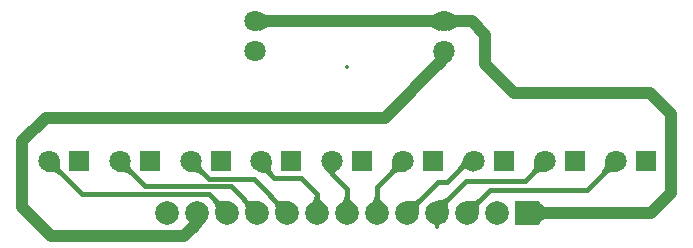
<source format=gbr>
%TF.GenerationSoftware,KiCad,Pcbnew,8.0.1*%
%TF.CreationDate,2024-06-22T15:15:01+02:00*%
%TF.ProjectId,BMW E30 VFL SI Indicator,424d5720-4533-4302-9056-464c20534920,rev?*%
%TF.SameCoordinates,Original*%
%TF.FileFunction,Copper,L2,Bot*%
%TF.FilePolarity,Positive*%
%FSLAX46Y46*%
G04 Gerber Fmt 4.6, Leading zero omitted, Abs format (unit mm)*
G04 Created by KiCad (PCBNEW 8.0.1) date 2024-06-22 15:15:01*
%MOMM*%
%LPD*%
G01*
G04 APERTURE LIST*
%TA.AperFunction,ComponentPad*%
%ADD10R,1.800000X1.800000*%
%TD*%
%TA.AperFunction,ComponentPad*%
%ADD11C,1.800000*%
%TD*%
%TA.AperFunction,ComponentPad*%
%ADD12R,2.000000X2.000000*%
%TD*%
%TA.AperFunction,ComponentPad*%
%ADD13C,2.000000*%
%TD*%
%TA.AperFunction,Conductor*%
%ADD14C,0.400000*%
%TD*%
%TA.AperFunction,Conductor*%
%ADD15C,0.600000*%
%TD*%
%TA.AperFunction,Conductor*%
%ADD16C,1.000000*%
%TD*%
%TA.AperFunction,Conductor*%
%ADD17C,0.300000*%
%TD*%
%ADD18C,0.350000*%
G04 APERTURE END LIST*
D10*
%TO.P,D5,1,K*%
%TO.N,Net-(D1-K)*%
X151575000Y-86000000D03*
D11*
%TO.P,D5,2,A*%
%TO.N,Net-(D5-A)*%
X149035000Y-86000000D03*
%TD*%
D10*
%TO.P,D9,1,K*%
%TO.N,Net-(D1-K)*%
X127575000Y-86000000D03*
D11*
%TO.P,D9,2,A*%
%TO.N,Net-(D9-A)*%
X125035000Y-86000000D03*
%TD*%
D10*
%TO.P,D1,1,K*%
%TO.N,Net-(D1-K)*%
X175575000Y-86000000D03*
D11*
%TO.P,D1,2,A*%
%TO.N,Net-(D1-A)*%
X173035000Y-86000000D03*
%TD*%
D10*
%TO.P,D4,1,K*%
%TO.N,Net-(D1-K)*%
X157575000Y-86000000D03*
D11*
%TO.P,D4,2,A*%
%TO.N,Net-(D4-A)*%
X155035000Y-86000000D03*
%TD*%
D10*
%TO.P,D6,1,K*%
%TO.N,Net-(D1-K)*%
X145575000Y-86000000D03*
D11*
%TO.P,D6,2,A*%
%TO.N,Net-(D6-A)*%
X143035000Y-86000000D03*
%TD*%
D10*
%TO.P,D7,1,K*%
%TO.N,Net-(D1-K)*%
X139575000Y-86000000D03*
D11*
%TO.P,D7,2,A*%
%TO.N,Net-(D7-A)*%
X137035000Y-86000000D03*
%TD*%
D10*
%TO.P,D8,1,K*%
%TO.N,Net-(D1-K)*%
X133575000Y-86000000D03*
D11*
%TO.P,D8,2,A*%
%TO.N,Net-(D8-A)*%
X131035000Y-86000000D03*
%TD*%
%TO.P,LA2,1,-*%
%TO.N,Net-(J1-BULB_INSPECTION)*%
X158500000Y-76700000D03*
%TO.P,LA2,2,+*%
%TO.N,Net-(J1-GND_BULB)*%
X158500000Y-74160000D03*
%TD*%
%TO.P,LA1,1,-*%
%TO.N,Net-(J1-GND_BULB)*%
X142500000Y-74160000D03*
%TO.P,LA1,2,+*%
%TO.N,Net-(J1-BULB_OILSERVICE)*%
X142500000Y-76700000D03*
%TD*%
D10*
%TO.P,D3,1,K*%
%TO.N,Net-(D1-K)*%
X163575000Y-86000000D03*
D11*
%TO.P,D3,2,A*%
%TO.N,Net-(D3-A)*%
X161035000Y-86000000D03*
%TD*%
D12*
%TO.P,J1,1,GND_BULB*%
%TO.N,Net-(J1-GND_BULB)*%
X165540000Y-90360000D03*
D13*
%TO.P,J1,2,GND_LED*%
%TO.N,Net-(D1-K)*%
X163000000Y-90360000D03*
%TO.P,J1,3,LED_R3*%
%TO.N,Net-(D1-A)*%
X160460000Y-90360000D03*
%TO.P,J1,4,LED_R2*%
%TO.N,Net-(D2-A)*%
X157920000Y-90360000D03*
%TO.P,J1,5,LED_R1*%
%TO.N,Net-(D3-A)*%
X155380000Y-90360000D03*
%TO.P,J1,6,LED_Y*%
%TO.N,Net-(D4-A)*%
X152840000Y-90360000D03*
%TO.P,J1,7,LED_G5*%
%TO.N,Net-(D5-A)*%
X150300000Y-90360000D03*
%TO.P,J1,8,LED_G4*%
%TO.N,Net-(D6-A)*%
X147760000Y-90360000D03*
%TO.P,J1,9,LED_G3*%
%TO.N,Net-(D7-A)*%
X145220000Y-90360000D03*
%TO.P,J1,10,LED_G2*%
%TO.N,Net-(D8-A)*%
X142680000Y-90360000D03*
%TO.P,J1,11,LED_G1*%
%TO.N,Net-(D9-A)*%
X140140000Y-90360000D03*
%TO.P,J1,12,BULB_INSPECTION*%
%TO.N,Net-(J1-BULB_INSPECTION)*%
X137600000Y-90360000D03*
%TO.P,J1,13,BULB_OILSERVICE*%
%TO.N,Net-(J1-BULB_OILSERVICE)*%
X135060000Y-90360000D03*
%TD*%
D10*
%TO.P,D2,1,K*%
%TO.N,Net-(D1-K)*%
X169575000Y-86000000D03*
D11*
%TO.P,D2,2,A*%
%TO.N,Net-(D2-A)*%
X167035000Y-86000000D03*
%TD*%
D14*
%TO.N,Net-(D2-A)*%
X157920000Y-90105000D02*
X157920000Y-90360000D01*
X160377000Y-87648000D02*
X157920000Y-90105000D01*
X165387000Y-87648000D02*
X160377000Y-87648000D01*
X167035000Y-86000000D02*
X165387000Y-87648000D01*
%TO.N,Net-(D3-A)*%
X155380000Y-90359000D02*
X155380000Y-90360000D01*
X158726000Y-87775000D02*
X157964000Y-87775000D01*
X157964000Y-87775000D02*
X155380000Y-90359000D01*
X160501000Y-86000000D02*
X158726000Y-87775000D01*
X161035000Y-86000000D02*
X160501000Y-86000000D01*
%TO.N,Net-(D1-A)*%
X170625000Y-88410000D02*
X162410000Y-88410000D01*
X162410000Y-88410000D02*
X160460000Y-90360000D01*
X173035000Y-86000000D02*
X170625000Y-88410000D01*
%TO.N,Net-(D4-A)*%
X152840000Y-88195000D02*
X152840000Y-90360000D01*
X155035000Y-86000000D02*
X152840000Y-88195000D01*
%TO.N,Net-(D5-A)*%
X150300000Y-88366000D02*
X150300000Y-90360000D01*
X149035000Y-87101000D02*
X150300000Y-88366000D01*
X149035000Y-86000000D02*
X149035000Y-87101000D01*
%TO.N,Net-(D8-A)*%
X140441000Y-88121000D02*
X142680000Y-90360000D01*
X133156000Y-88121000D02*
X140441000Y-88121000D01*
X131035000Y-86000000D02*
X133156000Y-88121000D01*
%TO.N,Net-(D9-A)*%
X138580000Y-88800000D02*
X140140000Y-90360000D01*
X127835000Y-88800000D02*
X138580000Y-88800000D01*
X125035000Y-86000000D02*
X127835000Y-88800000D01*
%TO.N,Net-(D7-A)*%
X142381000Y-87521000D02*
X145220000Y-90360000D01*
X138556000Y-87521000D02*
X142381000Y-87521000D01*
X137035000Y-86000000D02*
X138556000Y-87521000D01*
%TO.N,Net-(D6-A)*%
X147760000Y-88747000D02*
X147760000Y-90360000D01*
X146413000Y-87400000D02*
X147760000Y-88747000D01*
X143035000Y-86308000D02*
X144127000Y-87400000D01*
X144127000Y-87400000D02*
X146413000Y-87400000D01*
D15*
X143035000Y-86000000D02*
X143035000Y-86308000D01*
D16*
%TO.N,Net-(J1-BULB_INSPECTION)*%
X136501000Y-92347000D02*
X137600000Y-91248000D01*
X125247000Y-92347000D02*
X136501000Y-92347000D01*
X137600000Y-91248000D02*
X137600000Y-90360000D01*
X122800000Y-89900000D02*
X125247000Y-92347000D01*
X153486000Y-82314000D02*
X124817000Y-82314000D01*
X158260000Y-77540000D02*
X153486000Y-82314000D01*
X124817000Y-82314000D02*
X122800000Y-84331000D01*
X122800000Y-84331000D02*
X122800000Y-89900000D01*
%TO.N,Net-(J1-GND_BULB)*%
X160860000Y-74160000D02*
X158500000Y-74160000D01*
X162000000Y-75300000D02*
X160860000Y-74160000D01*
X162000000Y-77800000D02*
X162000000Y-75300000D01*
X164400000Y-80200000D02*
X162000000Y-77800000D01*
X175900000Y-80200000D02*
X164400000Y-80200000D01*
X177700000Y-88700000D02*
X177700000Y-82000000D01*
X176040000Y-90360000D02*
X177700000Y-88700000D01*
X165540000Y-90360000D02*
X176040000Y-90360000D01*
X177700000Y-82000000D02*
X175900000Y-80200000D01*
D17*
%TO.N,Net-(D2-A)*%
X157920000Y-91600000D02*
X157920000Y-90980000D01*
D16*
%TO.N,Net-(J1-GND_BULB)*%
X142500000Y-74160000D02*
X158500000Y-74160000D01*
%TD*%
%TA.AperFunction,Conductor*%
%TO.N,Net-(D2-A)*%
G36*
X158686378Y-89055780D02*
G01*
X158456225Y-89237427D01*
X158258068Y-89307826D01*
X158060081Y-89325435D01*
X157830439Y-89348713D01*
X157537317Y-89436120D01*
X157919293Y-90360707D01*
X158920000Y-90360000D01*
X158890411Y-90092151D01*
X158833204Y-89883721D01*
X158795713Y-89707078D01*
X158825273Y-89534589D01*
X158969220Y-89338622D01*
X158686378Y-89055780D01*
G37*
%TD.AperFunction*%
%TD*%
%TA.AperFunction,Conductor*%
%TO.N,Net-(D2-A)*%
G36*
X166186472Y-87131370D02*
G01*
X166422987Y-86955779D01*
X166630615Y-86905723D01*
X166839279Y-86913475D01*
X167078904Y-86911308D01*
X167379415Y-86831492D01*
X167035707Y-85999293D01*
X166203508Y-85655585D01*
X166123691Y-85956094D01*
X166121523Y-86195719D01*
X166129275Y-86404384D01*
X166079220Y-86612012D01*
X165903630Y-86848528D01*
X166186472Y-87131370D01*
G37*
%TD.AperFunction*%
%TD*%
%TA.AperFunction,Conductor*%
%TO.N,Net-(D3-A)*%
G36*
X156298640Y-89157518D02*
G01*
X156041641Y-89342724D01*
X155814361Y-89385511D01*
X155585448Y-89363555D01*
X155323551Y-89354532D01*
X154997317Y-89436120D01*
X155379293Y-90360707D01*
X156303880Y-90742683D01*
X156385393Y-90416234D01*
X156376077Y-90154123D01*
X156353765Y-89925004D01*
X156396289Y-89697531D01*
X156581482Y-89440360D01*
X156298640Y-89157518D01*
G37*
%TD.AperFunction*%
%TD*%
%TA.AperFunction,Conductor*%
%TO.N,Net-(D3-A)*%
G36*
X159983591Y-86800251D02*
G01*
X160185628Y-86667239D01*
X160362912Y-86674054D01*
X160544318Y-86757349D01*
X160758722Y-86853779D01*
X161035000Y-86900000D01*
X161035707Y-85999293D01*
X160203508Y-85655585D01*
X160111775Y-85888335D01*
X160045657Y-86056461D01*
X159975128Y-86194394D01*
X159870167Y-86336566D01*
X159700749Y-86517409D01*
X159983591Y-86800251D01*
G37*
%TD.AperFunction*%
%TD*%
%TA.AperFunction,Conductor*%
%TO.N,Net-(D1-A)*%
G36*
X161379239Y-89157919D02*
G01*
X161122132Y-89343142D01*
X160894739Y-89385819D01*
X160665708Y-89363706D01*
X160403685Y-89354554D01*
X160077317Y-89436120D01*
X160459293Y-90360707D01*
X161383880Y-90742683D01*
X161465444Y-90416314D01*
X161456293Y-90154290D01*
X161434179Y-89925259D01*
X161476857Y-89697867D01*
X161662081Y-89440761D01*
X161379239Y-89157919D01*
G37*
%TD.AperFunction*%
%TD*%
%TA.AperFunction,Conductor*%
%TO.N,Net-(D1-A)*%
G36*
X172186472Y-87131370D02*
G01*
X172422987Y-86955779D01*
X172630615Y-86905723D01*
X172839279Y-86913475D01*
X173078904Y-86911308D01*
X173379415Y-86831492D01*
X173035707Y-85999293D01*
X172203508Y-85655585D01*
X172123691Y-85956094D01*
X172121523Y-86195719D01*
X172129275Y-86404384D01*
X172079220Y-86612012D01*
X171903630Y-86848528D01*
X172186472Y-87131370D01*
G37*
%TD.AperFunction*%
%TD*%
%TA.AperFunction,Conductor*%
%TO.N,Net-(D4-A)*%
G36*
X152640000Y-88860000D02*
G01*
X152589171Y-89172774D01*
X152458557Y-89363742D01*
X152280971Y-89510055D01*
X152089221Y-89688863D01*
X151916120Y-89977317D01*
X152840000Y-90361000D01*
X153763880Y-89977317D01*
X153590777Y-89688863D01*
X153399028Y-89510055D01*
X153221441Y-89363742D01*
X153090828Y-89172774D01*
X153040000Y-88860000D01*
X152640000Y-88860000D01*
G37*
%TD.AperFunction*%
%TD*%
%TA.AperFunction,Conductor*%
%TO.N,Net-(D4-A)*%
G36*
X154186472Y-87131370D02*
G01*
X154422987Y-86955779D01*
X154630615Y-86905723D01*
X154839279Y-86913475D01*
X155078904Y-86911308D01*
X155379415Y-86831492D01*
X155035707Y-85999293D01*
X154203508Y-85655585D01*
X154123691Y-85956094D01*
X154121523Y-86195719D01*
X154129275Y-86404384D01*
X154079220Y-86612012D01*
X153903630Y-86848528D01*
X154186472Y-87131370D01*
G37*
%TD.AperFunction*%
%TD*%
%TA.AperFunction,Conductor*%
%TO.N,Net-(D5-A)*%
G36*
X150100000Y-88860000D02*
G01*
X150049171Y-89172774D01*
X149918557Y-89363742D01*
X149740971Y-89510055D01*
X149549221Y-89688863D01*
X149376120Y-89977317D01*
X150300000Y-90361000D01*
X151223880Y-89977317D01*
X151050777Y-89688863D01*
X150859028Y-89510055D01*
X150681441Y-89363742D01*
X150550828Y-89172774D01*
X150500000Y-88860000D01*
X150100000Y-88860000D01*
G37*
%TD.AperFunction*%
%TD*%
%TA.AperFunction,Conductor*%
%TO.N,Net-(D5-A)*%
G36*
X149387846Y-87171003D02*
G01*
X149290401Y-86997717D01*
X149357805Y-86861230D01*
X149521795Y-86728726D01*
X149714111Y-86567392D01*
X149866492Y-86344415D01*
X149034293Y-85999293D01*
X148398604Y-86636396D01*
X148582077Y-86831418D01*
X148702260Y-86979142D01*
X148801346Y-87111099D01*
X148921529Y-87258822D01*
X149105003Y-87453846D01*
X149387846Y-87171003D01*
G37*
%TD.AperFunction*%
%TD*%
%TA.AperFunction,Conductor*%
%TO.N,Net-(D8-A)*%
G36*
X141477919Y-89440761D02*
G01*
X141663142Y-89697867D01*
X141705819Y-89925259D01*
X141683706Y-90154290D01*
X141674554Y-90416314D01*
X141756120Y-90742683D01*
X142680707Y-90360707D01*
X143062683Y-89436120D01*
X142736314Y-89354554D01*
X142474290Y-89363706D01*
X142245259Y-89385819D01*
X142017867Y-89343142D01*
X141760761Y-89157919D01*
X141477919Y-89440761D01*
G37*
%TD.AperFunction*%
%TD*%
%TA.AperFunction,Conductor*%
%TO.N,Net-(D8-A)*%
G36*
X132166370Y-86848528D02*
G01*
X131990779Y-86612012D01*
X131940723Y-86404384D01*
X131948475Y-86195719D01*
X131946308Y-85956094D01*
X131866492Y-85655585D01*
X131034293Y-85999293D01*
X130690585Y-86831492D01*
X130991094Y-86911308D01*
X131230719Y-86913475D01*
X131439384Y-86905723D01*
X131647012Y-86955779D01*
X131883528Y-87131370D01*
X132166370Y-86848528D01*
G37*
%TD.AperFunction*%
%TD*%
%TA.AperFunction,Conductor*%
%TO.N,Net-(D9-A)*%
G36*
X138937919Y-89440761D02*
G01*
X139123142Y-89697867D01*
X139165819Y-89925259D01*
X139143706Y-90154290D01*
X139134554Y-90416314D01*
X139216120Y-90742683D01*
X140140707Y-90360707D01*
X140522683Y-89436120D01*
X140196314Y-89354554D01*
X139934290Y-89363706D01*
X139705259Y-89385819D01*
X139477867Y-89343142D01*
X139220761Y-89157919D01*
X138937919Y-89440761D01*
G37*
%TD.AperFunction*%
%TD*%
%TA.AperFunction,Conductor*%
%TO.N,Net-(D9-A)*%
G36*
X126166370Y-86848528D02*
G01*
X125990779Y-86612012D01*
X125940723Y-86404384D01*
X125948475Y-86195719D01*
X125946308Y-85956094D01*
X125866492Y-85655585D01*
X125034293Y-85999293D01*
X124690585Y-86831492D01*
X124991094Y-86911308D01*
X125230719Y-86913475D01*
X125439384Y-86905723D01*
X125647012Y-86955779D01*
X125883528Y-87131370D01*
X126166370Y-86848528D01*
G37*
%TD.AperFunction*%
%TD*%
%TA.AperFunction,Conductor*%
%TO.N,Net-(D7-A)*%
G36*
X144017919Y-89440761D02*
G01*
X144203142Y-89697867D01*
X144245819Y-89925259D01*
X144223706Y-90154290D01*
X144214554Y-90416314D01*
X144296120Y-90742683D01*
X145220707Y-90360707D01*
X145602683Y-89436120D01*
X145276314Y-89354554D01*
X145014290Y-89363706D01*
X144785259Y-89385819D01*
X144557867Y-89343142D01*
X144300761Y-89157919D01*
X144017919Y-89440761D01*
G37*
%TD.AperFunction*%
%TD*%
%TA.AperFunction,Conductor*%
%TO.N,Net-(D7-A)*%
G36*
X138166370Y-86848528D02*
G01*
X137990779Y-86612012D01*
X137940723Y-86404384D01*
X137948475Y-86195719D01*
X137946308Y-85956094D01*
X137866492Y-85655585D01*
X137034293Y-85999293D01*
X136690585Y-86831492D01*
X136991094Y-86911308D01*
X137230719Y-86913475D01*
X137439384Y-86905723D01*
X137647012Y-86955779D01*
X137883528Y-87131370D01*
X138166370Y-86848528D01*
G37*
%TD.AperFunction*%
%TD*%
%TA.AperFunction,Conductor*%
%TO.N,Net-(D6-A)*%
G36*
X147560000Y-88860000D02*
G01*
X147509171Y-89172774D01*
X147378557Y-89363742D01*
X147200971Y-89510055D01*
X147009221Y-89688863D01*
X146836120Y-89977317D01*
X147760000Y-90361000D01*
X148683880Y-89977317D01*
X148510777Y-89688863D01*
X148319028Y-89510055D01*
X148141441Y-89363742D01*
X148010828Y-89172774D01*
X147960000Y-88860000D01*
X147560000Y-88860000D01*
G37*
%TD.AperFunction*%
%TD*%
%TA.AperFunction,Conductor*%
%TO.N,Net-(D6-A)*%
G36*
X143981738Y-86971896D02*
G01*
X143844775Y-86785421D01*
X143816671Y-86621288D01*
X143852375Y-86453202D01*
X143906835Y-86254871D01*
X143935000Y-86000000D01*
X143034293Y-85999293D01*
X142690585Y-86831492D01*
X142952310Y-86918741D01*
X143152386Y-86959517D01*
X143322431Y-86998994D01*
X143494061Y-87082343D01*
X143698896Y-87254738D01*
X143981738Y-86971896D01*
G37*
%TD.AperFunction*%
%TD*%
%TA.AperFunction,Conductor*%
%TO.N,Net-(J1-BULB_INSPECTION)*%
G36*
X137506582Y-92048524D02*
G01*
X137718795Y-91817497D01*
X137852845Y-91638585D01*
X137960842Y-91477044D01*
X138094893Y-91298133D01*
X138307107Y-91067107D01*
X137600707Y-90359293D01*
X136676120Y-90742683D01*
X136754613Y-90892639D01*
X136832316Y-91013183D01*
X136883109Y-91118622D01*
X136880869Y-91223264D01*
X136799476Y-91341418D01*
X137506582Y-92048524D01*
G37*
%TD.AperFunction*%
%TD*%
%TA.AperFunction,Conductor*%
%TO.N,Net-(J1-BULB_INSPECTION)*%
G36*
X158249773Y-78257333D02*
G01*
X158472149Y-78031387D01*
X158626947Y-77868078D01*
X158759220Y-77725649D01*
X158914019Y-77562341D01*
X159136396Y-77336396D01*
X158500707Y-76699293D01*
X157600000Y-76700000D01*
X157622960Y-76923114D01*
X157666588Y-77096576D01*
X157693002Y-77243503D01*
X157664321Y-77387014D01*
X157542667Y-77550227D01*
X158249773Y-78257333D01*
G37*
%TD.AperFunction*%
%TD*%
%TA.AperFunction,Conductor*%
%TO.N,Net-(J1-GND_BULB)*%
G36*
X159900000Y-73660000D02*
G01*
X159626853Y-73645848D01*
X159436644Y-73604284D01*
X159277450Y-73536648D01*
X159097348Y-73444276D01*
X158844415Y-73328508D01*
X158499000Y-74160000D01*
X158844415Y-74991492D01*
X159097348Y-74875722D01*
X159277450Y-74783351D01*
X159436644Y-74715714D01*
X159626853Y-74674151D01*
X159900000Y-74660000D01*
X159900000Y-73660000D01*
G37*
%TD.AperFunction*%
%TD*%
%TA.AperFunction,Conductor*%
%TO.N,Net-(J1-GND_BULB)*%
G36*
X167040000Y-89860000D02*
G01*
X166939999Y-89802426D01*
X166839999Y-89723639D01*
X166740000Y-89623639D01*
X166640000Y-89502426D01*
X166540000Y-89360000D01*
X165539000Y-90360000D01*
X166540000Y-91360000D01*
X166640000Y-91217573D01*
X166740000Y-91096360D01*
X166839999Y-90996360D01*
X166939999Y-90917573D01*
X167040000Y-90860000D01*
X167040000Y-89860000D01*
G37*
%TD.AperFunction*%
%TD*%
%TA.AperFunction,Conductor*%
%TO.N,Net-(D2-A)*%
G36*
X158070000Y-91600000D02*
G01*
X158101772Y-91422725D01*
X158187602Y-91324398D01*
X158313255Y-91261419D01*
X158464501Y-91190188D01*
X158627107Y-91067107D01*
X157920000Y-90359000D01*
X157212893Y-91067107D01*
X157375497Y-91190188D01*
X157526743Y-91261419D01*
X157652397Y-91324398D01*
X157738227Y-91422725D01*
X157770000Y-91600000D01*
X158070000Y-91600000D01*
G37*
%TD.AperFunction*%
%TD*%
%TA.AperFunction,Conductor*%
%TO.N,Net-(J1-GND_BULB)*%
G36*
X143900000Y-73660000D02*
G01*
X143626853Y-73645848D01*
X143436644Y-73604284D01*
X143277450Y-73536648D01*
X143097348Y-73444276D01*
X142844415Y-73328508D01*
X142499000Y-74160000D01*
X142844415Y-74991492D01*
X143097348Y-74875722D01*
X143277450Y-74783351D01*
X143436644Y-74715714D01*
X143626853Y-74674151D01*
X143900000Y-74660000D01*
X143900000Y-73660000D01*
G37*
%TD.AperFunction*%
%TD*%
%TA.AperFunction,Conductor*%
%TO.N,Net-(J1-GND_BULB)*%
G36*
X157100000Y-74660000D02*
G01*
X157373146Y-74674151D01*
X157563354Y-74715714D01*
X157722548Y-74783351D01*
X157902650Y-74875722D01*
X158155585Y-74991492D01*
X158501000Y-74160000D01*
X158155585Y-73328508D01*
X157902650Y-73444276D01*
X157722548Y-73536648D01*
X157563354Y-73604284D01*
X157373146Y-73645848D01*
X157100000Y-73660000D01*
X157100000Y-74660000D01*
G37*
%TD.AperFunction*%
%TD*%
D18*
X151575000Y-86000000D03*
X149035000Y-86000000D03*
X127575000Y-86000000D03*
X125035000Y-86000000D03*
X175575000Y-86000000D03*
X173035000Y-86000000D03*
X157575000Y-86000000D03*
X155035000Y-86000000D03*
X145575000Y-86000000D03*
X143035000Y-86000000D03*
X139575000Y-86000000D03*
X137035000Y-86000000D03*
X133575000Y-86000000D03*
X131035000Y-86000000D03*
X158500000Y-76700000D03*
X158500000Y-74160000D03*
X142500000Y-74160000D03*
X142500000Y-76700000D03*
X163575000Y-86000000D03*
X161035000Y-86000000D03*
X150300000Y-78000000D03*
X165540000Y-90360000D03*
X163000000Y-90360000D03*
X160460000Y-90360000D03*
X157920000Y-90360000D03*
X155380000Y-90360000D03*
X152840000Y-90360000D03*
X150300000Y-90360000D03*
X147760000Y-90360000D03*
X145220000Y-90360000D03*
X142680000Y-90360000D03*
X140140000Y-90360000D03*
X137600000Y-90360000D03*
X135060000Y-90360000D03*
X169575000Y-86000000D03*
X167035000Y-86000000D03*
M02*

</source>
